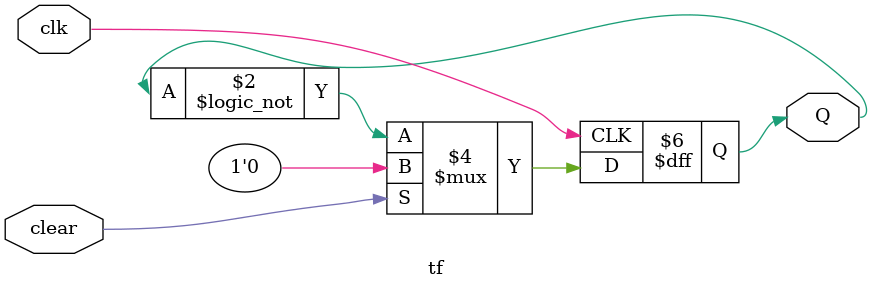
<source format=sv>
module tf (clear,clk,Q);

	input	 	logic 	clear;
	input 	logic 	clk;
	output 	logic		Q;

	always_ff@(negedge clk)
		begin
			if (clear)
				Q <=  0;
			else				
				Q <= !Q;
		end
		
endmodule
</source>
